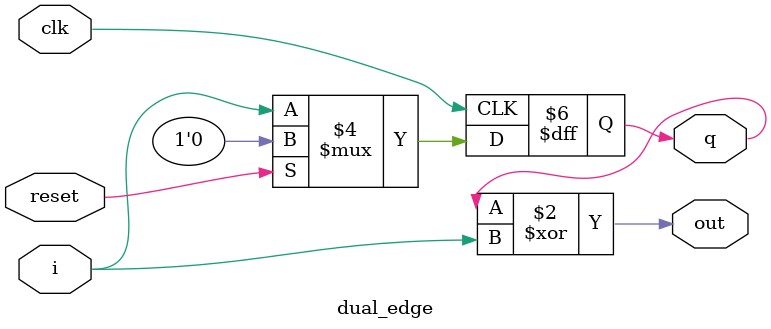
<source format=v>
module dual_edge(i,clk,reset,out,q);
	input i,clk,reset;
	output out;
	output reg q;
	always @(posedge clk)
	begin
		if(reset)
			q<=0;
		else
			q<=i;
	end
		assign out=q^i;
endmodule
</source>
